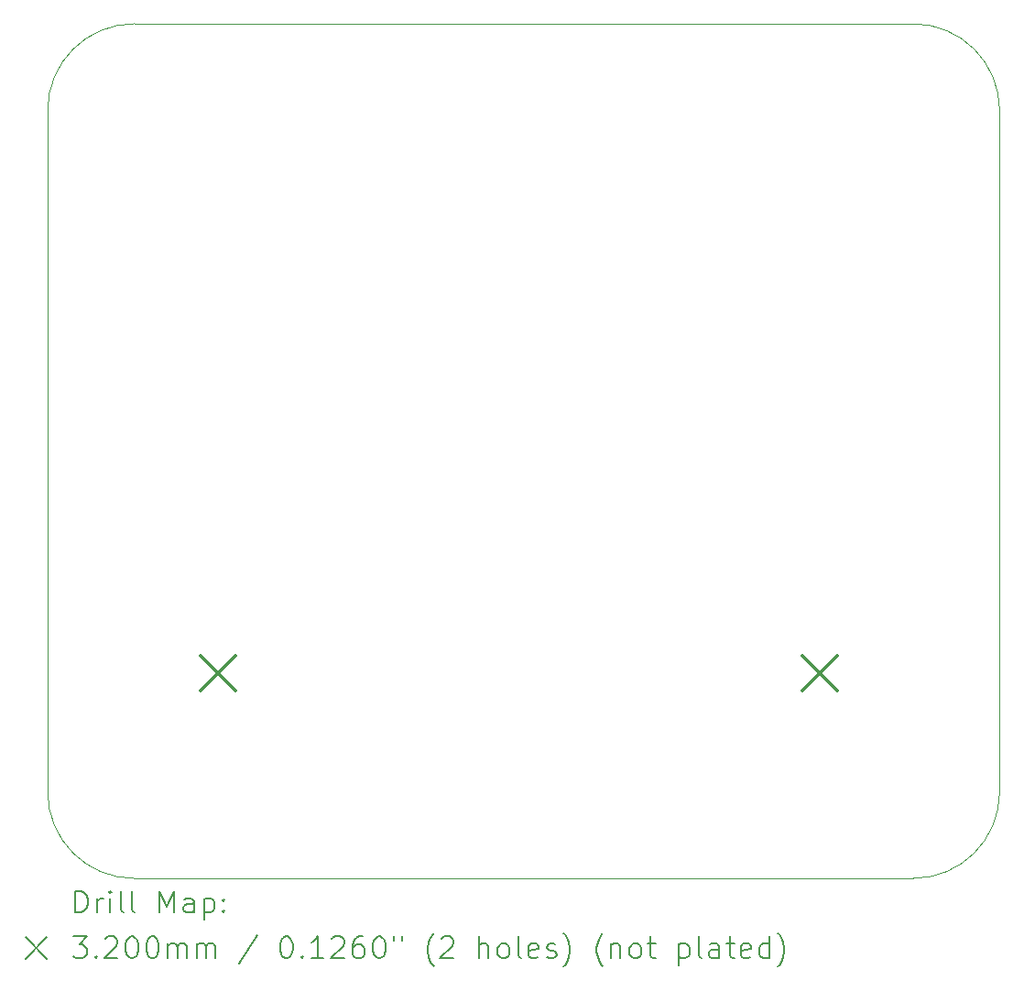
<source format=gbr>
%TF.GenerationSoftware,KiCad,Pcbnew,7.0.5*%
%TF.CreationDate,2023-09-08T12:24:23+07:00*%
%TF.ProjectId,Node_Vote,4e6f6465-5f56-46f7-9465-2e6b69636164,rev?*%
%TF.SameCoordinates,Original*%
%TF.FileFunction,Drillmap*%
%TF.FilePolarity,Positive*%
%FSLAX45Y45*%
G04 Gerber Fmt 4.5, Leading zero omitted, Abs format (unit mm)*
G04 Created by KiCad (PCBNEW 7.0.5) date 2023-09-08 12:24:23*
%MOMM*%
%LPD*%
G01*
G04 APERTURE LIST*
%ADD10C,0.100000*%
%ADD11C,0.200000*%
%ADD12C,0.320000*%
G04 APERTURE END LIST*
D10*
X0Y-7100000D02*
X0Y-800000D01*
X8000000Y-7900000D02*
G75*
G03*
X8800000Y-7100000I0J800000D01*
G01*
X0Y-7100000D02*
G75*
G03*
X800000Y-7900000I800000J0D01*
G01*
X8800000Y-800000D02*
G75*
G03*
X8000000Y0I-800000J0D01*
G01*
X8800000Y-7100000D02*
X8800000Y-800000D01*
X800000Y0D02*
G75*
G03*
X0Y-800000I0J-800000D01*
G01*
X8000000Y-7900000D02*
X800000Y-7900000D01*
X800000Y0D02*
X8000000Y0D01*
D11*
D12*
X1414500Y-5840000D02*
X1734500Y-6160000D01*
X1734500Y-5840000D02*
X1414500Y-6160000D01*
X6975500Y-5840000D02*
X7295500Y-6160000D01*
X7295500Y-5840000D02*
X6975500Y-6160000D01*
D11*
X255777Y-8216484D02*
X255777Y-8016484D01*
X255777Y-8016484D02*
X303396Y-8016484D01*
X303396Y-8016484D02*
X331967Y-8026008D01*
X331967Y-8026008D02*
X351015Y-8045055D01*
X351015Y-8045055D02*
X360539Y-8064103D01*
X360539Y-8064103D02*
X370062Y-8102198D01*
X370062Y-8102198D02*
X370062Y-8130769D01*
X370062Y-8130769D02*
X360539Y-8168865D01*
X360539Y-8168865D02*
X351015Y-8187912D01*
X351015Y-8187912D02*
X331967Y-8206960D01*
X331967Y-8206960D02*
X303396Y-8216484D01*
X303396Y-8216484D02*
X255777Y-8216484D01*
X455777Y-8216484D02*
X455777Y-8083150D01*
X455777Y-8121246D02*
X465301Y-8102198D01*
X465301Y-8102198D02*
X474824Y-8092674D01*
X474824Y-8092674D02*
X493872Y-8083150D01*
X493872Y-8083150D02*
X512920Y-8083150D01*
X579586Y-8216484D02*
X579586Y-8083150D01*
X579586Y-8016484D02*
X570063Y-8026008D01*
X570063Y-8026008D02*
X579586Y-8035531D01*
X579586Y-8035531D02*
X589110Y-8026008D01*
X589110Y-8026008D02*
X579586Y-8016484D01*
X579586Y-8016484D02*
X579586Y-8035531D01*
X703396Y-8216484D02*
X684348Y-8206960D01*
X684348Y-8206960D02*
X674824Y-8187912D01*
X674824Y-8187912D02*
X674824Y-8016484D01*
X808158Y-8216484D02*
X789110Y-8206960D01*
X789110Y-8206960D02*
X779586Y-8187912D01*
X779586Y-8187912D02*
X779586Y-8016484D01*
X1036729Y-8216484D02*
X1036729Y-8016484D01*
X1036729Y-8016484D02*
X1103396Y-8159341D01*
X1103396Y-8159341D02*
X1170063Y-8016484D01*
X1170063Y-8016484D02*
X1170063Y-8216484D01*
X1351015Y-8216484D02*
X1351015Y-8111722D01*
X1351015Y-8111722D02*
X1341491Y-8092674D01*
X1341491Y-8092674D02*
X1322444Y-8083150D01*
X1322444Y-8083150D02*
X1284348Y-8083150D01*
X1284348Y-8083150D02*
X1265301Y-8092674D01*
X1351015Y-8206960D02*
X1331967Y-8216484D01*
X1331967Y-8216484D02*
X1284348Y-8216484D01*
X1284348Y-8216484D02*
X1265301Y-8206960D01*
X1265301Y-8206960D02*
X1255777Y-8187912D01*
X1255777Y-8187912D02*
X1255777Y-8168865D01*
X1255777Y-8168865D02*
X1265301Y-8149817D01*
X1265301Y-8149817D02*
X1284348Y-8140293D01*
X1284348Y-8140293D02*
X1331967Y-8140293D01*
X1331967Y-8140293D02*
X1351015Y-8130769D01*
X1446253Y-8083150D02*
X1446253Y-8283150D01*
X1446253Y-8092674D02*
X1465301Y-8083150D01*
X1465301Y-8083150D02*
X1503396Y-8083150D01*
X1503396Y-8083150D02*
X1522443Y-8092674D01*
X1522443Y-8092674D02*
X1531967Y-8102198D01*
X1531967Y-8102198D02*
X1541491Y-8121246D01*
X1541491Y-8121246D02*
X1541491Y-8178388D01*
X1541491Y-8178388D02*
X1531967Y-8197436D01*
X1531967Y-8197436D02*
X1522443Y-8206960D01*
X1522443Y-8206960D02*
X1503396Y-8216484D01*
X1503396Y-8216484D02*
X1465301Y-8216484D01*
X1465301Y-8216484D02*
X1446253Y-8206960D01*
X1627205Y-8197436D02*
X1636729Y-8206960D01*
X1636729Y-8206960D02*
X1627205Y-8216484D01*
X1627205Y-8216484D02*
X1617682Y-8206960D01*
X1617682Y-8206960D02*
X1627205Y-8197436D01*
X1627205Y-8197436D02*
X1627205Y-8216484D01*
X1627205Y-8092674D02*
X1636729Y-8102198D01*
X1636729Y-8102198D02*
X1627205Y-8111722D01*
X1627205Y-8111722D02*
X1617682Y-8102198D01*
X1617682Y-8102198D02*
X1627205Y-8092674D01*
X1627205Y-8092674D02*
X1627205Y-8111722D01*
X-205000Y-8445000D02*
X-5000Y-8645000D01*
X-5000Y-8445000D02*
X-205000Y-8645000D01*
X236729Y-8436484D02*
X360539Y-8436484D01*
X360539Y-8436484D02*
X293872Y-8512674D01*
X293872Y-8512674D02*
X322444Y-8512674D01*
X322444Y-8512674D02*
X341491Y-8522198D01*
X341491Y-8522198D02*
X351015Y-8531722D01*
X351015Y-8531722D02*
X360539Y-8550770D01*
X360539Y-8550770D02*
X360539Y-8598389D01*
X360539Y-8598389D02*
X351015Y-8617436D01*
X351015Y-8617436D02*
X341491Y-8626960D01*
X341491Y-8626960D02*
X322444Y-8636484D01*
X322444Y-8636484D02*
X265301Y-8636484D01*
X265301Y-8636484D02*
X246253Y-8626960D01*
X246253Y-8626960D02*
X236729Y-8617436D01*
X446253Y-8617436D02*
X455777Y-8626960D01*
X455777Y-8626960D02*
X446253Y-8636484D01*
X446253Y-8636484D02*
X436729Y-8626960D01*
X436729Y-8626960D02*
X446253Y-8617436D01*
X446253Y-8617436D02*
X446253Y-8636484D01*
X531967Y-8455531D02*
X541491Y-8446008D01*
X541491Y-8446008D02*
X560539Y-8436484D01*
X560539Y-8436484D02*
X608158Y-8436484D01*
X608158Y-8436484D02*
X627205Y-8446008D01*
X627205Y-8446008D02*
X636729Y-8455531D01*
X636729Y-8455531D02*
X646253Y-8474579D01*
X646253Y-8474579D02*
X646253Y-8493627D01*
X646253Y-8493627D02*
X636729Y-8522198D01*
X636729Y-8522198D02*
X522443Y-8636484D01*
X522443Y-8636484D02*
X646253Y-8636484D01*
X770062Y-8436484D02*
X789110Y-8436484D01*
X789110Y-8436484D02*
X808158Y-8446008D01*
X808158Y-8446008D02*
X817682Y-8455531D01*
X817682Y-8455531D02*
X827205Y-8474579D01*
X827205Y-8474579D02*
X836729Y-8512674D01*
X836729Y-8512674D02*
X836729Y-8560293D01*
X836729Y-8560293D02*
X827205Y-8598389D01*
X827205Y-8598389D02*
X817682Y-8617436D01*
X817682Y-8617436D02*
X808158Y-8626960D01*
X808158Y-8626960D02*
X789110Y-8636484D01*
X789110Y-8636484D02*
X770062Y-8636484D01*
X770062Y-8636484D02*
X751015Y-8626960D01*
X751015Y-8626960D02*
X741491Y-8617436D01*
X741491Y-8617436D02*
X731967Y-8598389D01*
X731967Y-8598389D02*
X722443Y-8560293D01*
X722443Y-8560293D02*
X722443Y-8512674D01*
X722443Y-8512674D02*
X731967Y-8474579D01*
X731967Y-8474579D02*
X741491Y-8455531D01*
X741491Y-8455531D02*
X751015Y-8446008D01*
X751015Y-8446008D02*
X770062Y-8436484D01*
X960539Y-8436484D02*
X979586Y-8436484D01*
X979586Y-8436484D02*
X998634Y-8446008D01*
X998634Y-8446008D02*
X1008158Y-8455531D01*
X1008158Y-8455531D02*
X1017682Y-8474579D01*
X1017682Y-8474579D02*
X1027205Y-8512674D01*
X1027205Y-8512674D02*
X1027205Y-8560293D01*
X1027205Y-8560293D02*
X1017682Y-8598389D01*
X1017682Y-8598389D02*
X1008158Y-8617436D01*
X1008158Y-8617436D02*
X998634Y-8626960D01*
X998634Y-8626960D02*
X979586Y-8636484D01*
X979586Y-8636484D02*
X960539Y-8636484D01*
X960539Y-8636484D02*
X941491Y-8626960D01*
X941491Y-8626960D02*
X931967Y-8617436D01*
X931967Y-8617436D02*
X922443Y-8598389D01*
X922443Y-8598389D02*
X912920Y-8560293D01*
X912920Y-8560293D02*
X912920Y-8512674D01*
X912920Y-8512674D02*
X922443Y-8474579D01*
X922443Y-8474579D02*
X931967Y-8455531D01*
X931967Y-8455531D02*
X941491Y-8446008D01*
X941491Y-8446008D02*
X960539Y-8436484D01*
X1112920Y-8636484D02*
X1112920Y-8503150D01*
X1112920Y-8522198D02*
X1122444Y-8512674D01*
X1122444Y-8512674D02*
X1141491Y-8503150D01*
X1141491Y-8503150D02*
X1170063Y-8503150D01*
X1170063Y-8503150D02*
X1189110Y-8512674D01*
X1189110Y-8512674D02*
X1198634Y-8531722D01*
X1198634Y-8531722D02*
X1198634Y-8636484D01*
X1198634Y-8531722D02*
X1208158Y-8512674D01*
X1208158Y-8512674D02*
X1227205Y-8503150D01*
X1227205Y-8503150D02*
X1255777Y-8503150D01*
X1255777Y-8503150D02*
X1274825Y-8512674D01*
X1274825Y-8512674D02*
X1284348Y-8531722D01*
X1284348Y-8531722D02*
X1284348Y-8636484D01*
X1379586Y-8636484D02*
X1379586Y-8503150D01*
X1379586Y-8522198D02*
X1389110Y-8512674D01*
X1389110Y-8512674D02*
X1408158Y-8503150D01*
X1408158Y-8503150D02*
X1436729Y-8503150D01*
X1436729Y-8503150D02*
X1455777Y-8512674D01*
X1455777Y-8512674D02*
X1465301Y-8531722D01*
X1465301Y-8531722D02*
X1465301Y-8636484D01*
X1465301Y-8531722D02*
X1474824Y-8512674D01*
X1474824Y-8512674D02*
X1493872Y-8503150D01*
X1493872Y-8503150D02*
X1522443Y-8503150D01*
X1522443Y-8503150D02*
X1541491Y-8512674D01*
X1541491Y-8512674D02*
X1551015Y-8531722D01*
X1551015Y-8531722D02*
X1551015Y-8636484D01*
X1941491Y-8426960D02*
X1770063Y-8684103D01*
X2198634Y-8436484D02*
X2217682Y-8436484D01*
X2217682Y-8436484D02*
X2236729Y-8446008D01*
X2236729Y-8446008D02*
X2246253Y-8455531D01*
X2246253Y-8455531D02*
X2255777Y-8474579D01*
X2255777Y-8474579D02*
X2265301Y-8512674D01*
X2265301Y-8512674D02*
X2265301Y-8560293D01*
X2265301Y-8560293D02*
X2255777Y-8598389D01*
X2255777Y-8598389D02*
X2246253Y-8617436D01*
X2246253Y-8617436D02*
X2236729Y-8626960D01*
X2236729Y-8626960D02*
X2217682Y-8636484D01*
X2217682Y-8636484D02*
X2198634Y-8636484D01*
X2198634Y-8636484D02*
X2179587Y-8626960D01*
X2179587Y-8626960D02*
X2170063Y-8617436D01*
X2170063Y-8617436D02*
X2160539Y-8598389D01*
X2160539Y-8598389D02*
X2151015Y-8560293D01*
X2151015Y-8560293D02*
X2151015Y-8512674D01*
X2151015Y-8512674D02*
X2160539Y-8474579D01*
X2160539Y-8474579D02*
X2170063Y-8455531D01*
X2170063Y-8455531D02*
X2179587Y-8446008D01*
X2179587Y-8446008D02*
X2198634Y-8436484D01*
X2351015Y-8617436D02*
X2360539Y-8626960D01*
X2360539Y-8626960D02*
X2351015Y-8636484D01*
X2351015Y-8636484D02*
X2341491Y-8626960D01*
X2341491Y-8626960D02*
X2351015Y-8617436D01*
X2351015Y-8617436D02*
X2351015Y-8636484D01*
X2551015Y-8636484D02*
X2436729Y-8636484D01*
X2493872Y-8636484D02*
X2493872Y-8436484D01*
X2493872Y-8436484D02*
X2474825Y-8465055D01*
X2474825Y-8465055D02*
X2455777Y-8484103D01*
X2455777Y-8484103D02*
X2436729Y-8493627D01*
X2627206Y-8455531D02*
X2636729Y-8446008D01*
X2636729Y-8446008D02*
X2655777Y-8436484D01*
X2655777Y-8436484D02*
X2703396Y-8436484D01*
X2703396Y-8436484D02*
X2722444Y-8446008D01*
X2722444Y-8446008D02*
X2731968Y-8455531D01*
X2731968Y-8455531D02*
X2741491Y-8474579D01*
X2741491Y-8474579D02*
X2741491Y-8493627D01*
X2741491Y-8493627D02*
X2731968Y-8522198D01*
X2731968Y-8522198D02*
X2617682Y-8636484D01*
X2617682Y-8636484D02*
X2741491Y-8636484D01*
X2912920Y-8436484D02*
X2874825Y-8436484D01*
X2874825Y-8436484D02*
X2855777Y-8446008D01*
X2855777Y-8446008D02*
X2846253Y-8455531D01*
X2846253Y-8455531D02*
X2827206Y-8484103D01*
X2827206Y-8484103D02*
X2817682Y-8522198D01*
X2817682Y-8522198D02*
X2817682Y-8598389D01*
X2817682Y-8598389D02*
X2827206Y-8617436D01*
X2827206Y-8617436D02*
X2836729Y-8626960D01*
X2836729Y-8626960D02*
X2855777Y-8636484D01*
X2855777Y-8636484D02*
X2893872Y-8636484D01*
X2893872Y-8636484D02*
X2912920Y-8626960D01*
X2912920Y-8626960D02*
X2922444Y-8617436D01*
X2922444Y-8617436D02*
X2931967Y-8598389D01*
X2931967Y-8598389D02*
X2931967Y-8550770D01*
X2931967Y-8550770D02*
X2922444Y-8531722D01*
X2922444Y-8531722D02*
X2912920Y-8522198D01*
X2912920Y-8522198D02*
X2893872Y-8512674D01*
X2893872Y-8512674D02*
X2855777Y-8512674D01*
X2855777Y-8512674D02*
X2836729Y-8522198D01*
X2836729Y-8522198D02*
X2827206Y-8531722D01*
X2827206Y-8531722D02*
X2817682Y-8550770D01*
X3055777Y-8436484D02*
X3074825Y-8436484D01*
X3074825Y-8436484D02*
X3093872Y-8446008D01*
X3093872Y-8446008D02*
X3103396Y-8455531D01*
X3103396Y-8455531D02*
X3112920Y-8474579D01*
X3112920Y-8474579D02*
X3122444Y-8512674D01*
X3122444Y-8512674D02*
X3122444Y-8560293D01*
X3122444Y-8560293D02*
X3112920Y-8598389D01*
X3112920Y-8598389D02*
X3103396Y-8617436D01*
X3103396Y-8617436D02*
X3093872Y-8626960D01*
X3093872Y-8626960D02*
X3074825Y-8636484D01*
X3074825Y-8636484D02*
X3055777Y-8636484D01*
X3055777Y-8636484D02*
X3036729Y-8626960D01*
X3036729Y-8626960D02*
X3027206Y-8617436D01*
X3027206Y-8617436D02*
X3017682Y-8598389D01*
X3017682Y-8598389D02*
X3008158Y-8560293D01*
X3008158Y-8560293D02*
X3008158Y-8512674D01*
X3008158Y-8512674D02*
X3017682Y-8474579D01*
X3017682Y-8474579D02*
X3027206Y-8455531D01*
X3027206Y-8455531D02*
X3036729Y-8446008D01*
X3036729Y-8446008D02*
X3055777Y-8436484D01*
X3198634Y-8436484D02*
X3198634Y-8474579D01*
X3274825Y-8436484D02*
X3274825Y-8474579D01*
X3570063Y-8712674D02*
X3560539Y-8703150D01*
X3560539Y-8703150D02*
X3541491Y-8674579D01*
X3541491Y-8674579D02*
X3531968Y-8655531D01*
X3531968Y-8655531D02*
X3522444Y-8626960D01*
X3522444Y-8626960D02*
X3512920Y-8579341D01*
X3512920Y-8579341D02*
X3512920Y-8541246D01*
X3512920Y-8541246D02*
X3522444Y-8493627D01*
X3522444Y-8493627D02*
X3531968Y-8465055D01*
X3531968Y-8465055D02*
X3541491Y-8446008D01*
X3541491Y-8446008D02*
X3560539Y-8417436D01*
X3560539Y-8417436D02*
X3570063Y-8407912D01*
X3636729Y-8455531D02*
X3646253Y-8446008D01*
X3646253Y-8446008D02*
X3665301Y-8436484D01*
X3665301Y-8436484D02*
X3712920Y-8436484D01*
X3712920Y-8436484D02*
X3731968Y-8446008D01*
X3731968Y-8446008D02*
X3741491Y-8455531D01*
X3741491Y-8455531D02*
X3751015Y-8474579D01*
X3751015Y-8474579D02*
X3751015Y-8493627D01*
X3751015Y-8493627D02*
X3741491Y-8522198D01*
X3741491Y-8522198D02*
X3627206Y-8636484D01*
X3627206Y-8636484D02*
X3751015Y-8636484D01*
X3989110Y-8636484D02*
X3989110Y-8436484D01*
X4074825Y-8636484D02*
X4074825Y-8531722D01*
X4074825Y-8531722D02*
X4065301Y-8512674D01*
X4065301Y-8512674D02*
X4046253Y-8503150D01*
X4046253Y-8503150D02*
X4017682Y-8503150D01*
X4017682Y-8503150D02*
X3998634Y-8512674D01*
X3998634Y-8512674D02*
X3989110Y-8522198D01*
X4198634Y-8636484D02*
X4179587Y-8626960D01*
X4179587Y-8626960D02*
X4170063Y-8617436D01*
X4170063Y-8617436D02*
X4160539Y-8598389D01*
X4160539Y-8598389D02*
X4160539Y-8541246D01*
X4160539Y-8541246D02*
X4170063Y-8522198D01*
X4170063Y-8522198D02*
X4179587Y-8512674D01*
X4179587Y-8512674D02*
X4198634Y-8503150D01*
X4198634Y-8503150D02*
X4227206Y-8503150D01*
X4227206Y-8503150D02*
X4246253Y-8512674D01*
X4246253Y-8512674D02*
X4255777Y-8522198D01*
X4255777Y-8522198D02*
X4265301Y-8541246D01*
X4265301Y-8541246D02*
X4265301Y-8598389D01*
X4265301Y-8598389D02*
X4255777Y-8617436D01*
X4255777Y-8617436D02*
X4246253Y-8626960D01*
X4246253Y-8626960D02*
X4227206Y-8636484D01*
X4227206Y-8636484D02*
X4198634Y-8636484D01*
X4379587Y-8636484D02*
X4360539Y-8626960D01*
X4360539Y-8626960D02*
X4351015Y-8607912D01*
X4351015Y-8607912D02*
X4351015Y-8436484D01*
X4531968Y-8626960D02*
X4512920Y-8636484D01*
X4512920Y-8636484D02*
X4474825Y-8636484D01*
X4474825Y-8636484D02*
X4455777Y-8626960D01*
X4455777Y-8626960D02*
X4446253Y-8607912D01*
X4446253Y-8607912D02*
X4446253Y-8531722D01*
X4446253Y-8531722D02*
X4455777Y-8512674D01*
X4455777Y-8512674D02*
X4474825Y-8503150D01*
X4474825Y-8503150D02*
X4512920Y-8503150D01*
X4512920Y-8503150D02*
X4531968Y-8512674D01*
X4531968Y-8512674D02*
X4541492Y-8531722D01*
X4541492Y-8531722D02*
X4541492Y-8550770D01*
X4541492Y-8550770D02*
X4446253Y-8569817D01*
X4617682Y-8626960D02*
X4636730Y-8636484D01*
X4636730Y-8636484D02*
X4674825Y-8636484D01*
X4674825Y-8636484D02*
X4693873Y-8626960D01*
X4693873Y-8626960D02*
X4703396Y-8607912D01*
X4703396Y-8607912D02*
X4703396Y-8598389D01*
X4703396Y-8598389D02*
X4693873Y-8579341D01*
X4693873Y-8579341D02*
X4674825Y-8569817D01*
X4674825Y-8569817D02*
X4646253Y-8569817D01*
X4646253Y-8569817D02*
X4627206Y-8560293D01*
X4627206Y-8560293D02*
X4617682Y-8541246D01*
X4617682Y-8541246D02*
X4617682Y-8531722D01*
X4617682Y-8531722D02*
X4627206Y-8512674D01*
X4627206Y-8512674D02*
X4646253Y-8503150D01*
X4646253Y-8503150D02*
X4674825Y-8503150D01*
X4674825Y-8503150D02*
X4693873Y-8512674D01*
X4770063Y-8712674D02*
X4779587Y-8703150D01*
X4779587Y-8703150D02*
X4798634Y-8674579D01*
X4798634Y-8674579D02*
X4808158Y-8655531D01*
X4808158Y-8655531D02*
X4817682Y-8626960D01*
X4817682Y-8626960D02*
X4827206Y-8579341D01*
X4827206Y-8579341D02*
X4827206Y-8541246D01*
X4827206Y-8541246D02*
X4817682Y-8493627D01*
X4817682Y-8493627D02*
X4808158Y-8465055D01*
X4808158Y-8465055D02*
X4798634Y-8446008D01*
X4798634Y-8446008D02*
X4779587Y-8417436D01*
X4779587Y-8417436D02*
X4770063Y-8407912D01*
X5131968Y-8712674D02*
X5122444Y-8703150D01*
X5122444Y-8703150D02*
X5103396Y-8674579D01*
X5103396Y-8674579D02*
X5093873Y-8655531D01*
X5093873Y-8655531D02*
X5084349Y-8626960D01*
X5084349Y-8626960D02*
X5074825Y-8579341D01*
X5074825Y-8579341D02*
X5074825Y-8541246D01*
X5074825Y-8541246D02*
X5084349Y-8493627D01*
X5084349Y-8493627D02*
X5093873Y-8465055D01*
X5093873Y-8465055D02*
X5103396Y-8446008D01*
X5103396Y-8446008D02*
X5122444Y-8417436D01*
X5122444Y-8417436D02*
X5131968Y-8407912D01*
X5208158Y-8503150D02*
X5208158Y-8636484D01*
X5208158Y-8522198D02*
X5217682Y-8512674D01*
X5217682Y-8512674D02*
X5236730Y-8503150D01*
X5236730Y-8503150D02*
X5265301Y-8503150D01*
X5265301Y-8503150D02*
X5284349Y-8512674D01*
X5284349Y-8512674D02*
X5293873Y-8531722D01*
X5293873Y-8531722D02*
X5293873Y-8636484D01*
X5417682Y-8636484D02*
X5398634Y-8626960D01*
X5398634Y-8626960D02*
X5389111Y-8617436D01*
X5389111Y-8617436D02*
X5379587Y-8598389D01*
X5379587Y-8598389D02*
X5379587Y-8541246D01*
X5379587Y-8541246D02*
X5389111Y-8522198D01*
X5389111Y-8522198D02*
X5398634Y-8512674D01*
X5398634Y-8512674D02*
X5417682Y-8503150D01*
X5417682Y-8503150D02*
X5446254Y-8503150D01*
X5446254Y-8503150D02*
X5465301Y-8512674D01*
X5465301Y-8512674D02*
X5474825Y-8522198D01*
X5474825Y-8522198D02*
X5484349Y-8541246D01*
X5484349Y-8541246D02*
X5484349Y-8598389D01*
X5484349Y-8598389D02*
X5474825Y-8617436D01*
X5474825Y-8617436D02*
X5465301Y-8626960D01*
X5465301Y-8626960D02*
X5446254Y-8636484D01*
X5446254Y-8636484D02*
X5417682Y-8636484D01*
X5541492Y-8503150D02*
X5617682Y-8503150D01*
X5570063Y-8436484D02*
X5570063Y-8607912D01*
X5570063Y-8607912D02*
X5579587Y-8626960D01*
X5579587Y-8626960D02*
X5598634Y-8636484D01*
X5598634Y-8636484D02*
X5617682Y-8636484D01*
X5836730Y-8503150D02*
X5836730Y-8703150D01*
X5836730Y-8512674D02*
X5855777Y-8503150D01*
X5855777Y-8503150D02*
X5893873Y-8503150D01*
X5893873Y-8503150D02*
X5912920Y-8512674D01*
X5912920Y-8512674D02*
X5922444Y-8522198D01*
X5922444Y-8522198D02*
X5931968Y-8541246D01*
X5931968Y-8541246D02*
X5931968Y-8598389D01*
X5931968Y-8598389D02*
X5922444Y-8617436D01*
X5922444Y-8617436D02*
X5912920Y-8626960D01*
X5912920Y-8626960D02*
X5893873Y-8636484D01*
X5893873Y-8636484D02*
X5855777Y-8636484D01*
X5855777Y-8636484D02*
X5836730Y-8626960D01*
X6046253Y-8636484D02*
X6027206Y-8626960D01*
X6027206Y-8626960D02*
X6017682Y-8607912D01*
X6017682Y-8607912D02*
X6017682Y-8436484D01*
X6208158Y-8636484D02*
X6208158Y-8531722D01*
X6208158Y-8531722D02*
X6198634Y-8512674D01*
X6198634Y-8512674D02*
X6179587Y-8503150D01*
X6179587Y-8503150D02*
X6141492Y-8503150D01*
X6141492Y-8503150D02*
X6122444Y-8512674D01*
X6208158Y-8626960D02*
X6189111Y-8636484D01*
X6189111Y-8636484D02*
X6141492Y-8636484D01*
X6141492Y-8636484D02*
X6122444Y-8626960D01*
X6122444Y-8626960D02*
X6112920Y-8607912D01*
X6112920Y-8607912D02*
X6112920Y-8588865D01*
X6112920Y-8588865D02*
X6122444Y-8569817D01*
X6122444Y-8569817D02*
X6141492Y-8560293D01*
X6141492Y-8560293D02*
X6189111Y-8560293D01*
X6189111Y-8560293D02*
X6208158Y-8550770D01*
X6274825Y-8503150D02*
X6351015Y-8503150D01*
X6303396Y-8436484D02*
X6303396Y-8607912D01*
X6303396Y-8607912D02*
X6312920Y-8626960D01*
X6312920Y-8626960D02*
X6331968Y-8636484D01*
X6331968Y-8636484D02*
X6351015Y-8636484D01*
X6493873Y-8626960D02*
X6474825Y-8636484D01*
X6474825Y-8636484D02*
X6436730Y-8636484D01*
X6436730Y-8636484D02*
X6417682Y-8626960D01*
X6417682Y-8626960D02*
X6408158Y-8607912D01*
X6408158Y-8607912D02*
X6408158Y-8531722D01*
X6408158Y-8531722D02*
X6417682Y-8512674D01*
X6417682Y-8512674D02*
X6436730Y-8503150D01*
X6436730Y-8503150D02*
X6474825Y-8503150D01*
X6474825Y-8503150D02*
X6493873Y-8512674D01*
X6493873Y-8512674D02*
X6503396Y-8531722D01*
X6503396Y-8531722D02*
X6503396Y-8550770D01*
X6503396Y-8550770D02*
X6408158Y-8569817D01*
X6674825Y-8636484D02*
X6674825Y-8436484D01*
X6674825Y-8626960D02*
X6655777Y-8636484D01*
X6655777Y-8636484D02*
X6617682Y-8636484D01*
X6617682Y-8636484D02*
X6598634Y-8626960D01*
X6598634Y-8626960D02*
X6589111Y-8617436D01*
X6589111Y-8617436D02*
X6579587Y-8598389D01*
X6579587Y-8598389D02*
X6579587Y-8541246D01*
X6579587Y-8541246D02*
X6589111Y-8522198D01*
X6589111Y-8522198D02*
X6598634Y-8512674D01*
X6598634Y-8512674D02*
X6617682Y-8503150D01*
X6617682Y-8503150D02*
X6655777Y-8503150D01*
X6655777Y-8503150D02*
X6674825Y-8512674D01*
X6751015Y-8712674D02*
X6760539Y-8703150D01*
X6760539Y-8703150D02*
X6779587Y-8674579D01*
X6779587Y-8674579D02*
X6789111Y-8655531D01*
X6789111Y-8655531D02*
X6798634Y-8626960D01*
X6798634Y-8626960D02*
X6808158Y-8579341D01*
X6808158Y-8579341D02*
X6808158Y-8541246D01*
X6808158Y-8541246D02*
X6798634Y-8493627D01*
X6798634Y-8493627D02*
X6789111Y-8465055D01*
X6789111Y-8465055D02*
X6779587Y-8446008D01*
X6779587Y-8446008D02*
X6760539Y-8417436D01*
X6760539Y-8417436D02*
X6751015Y-8407912D01*
M02*

</source>
